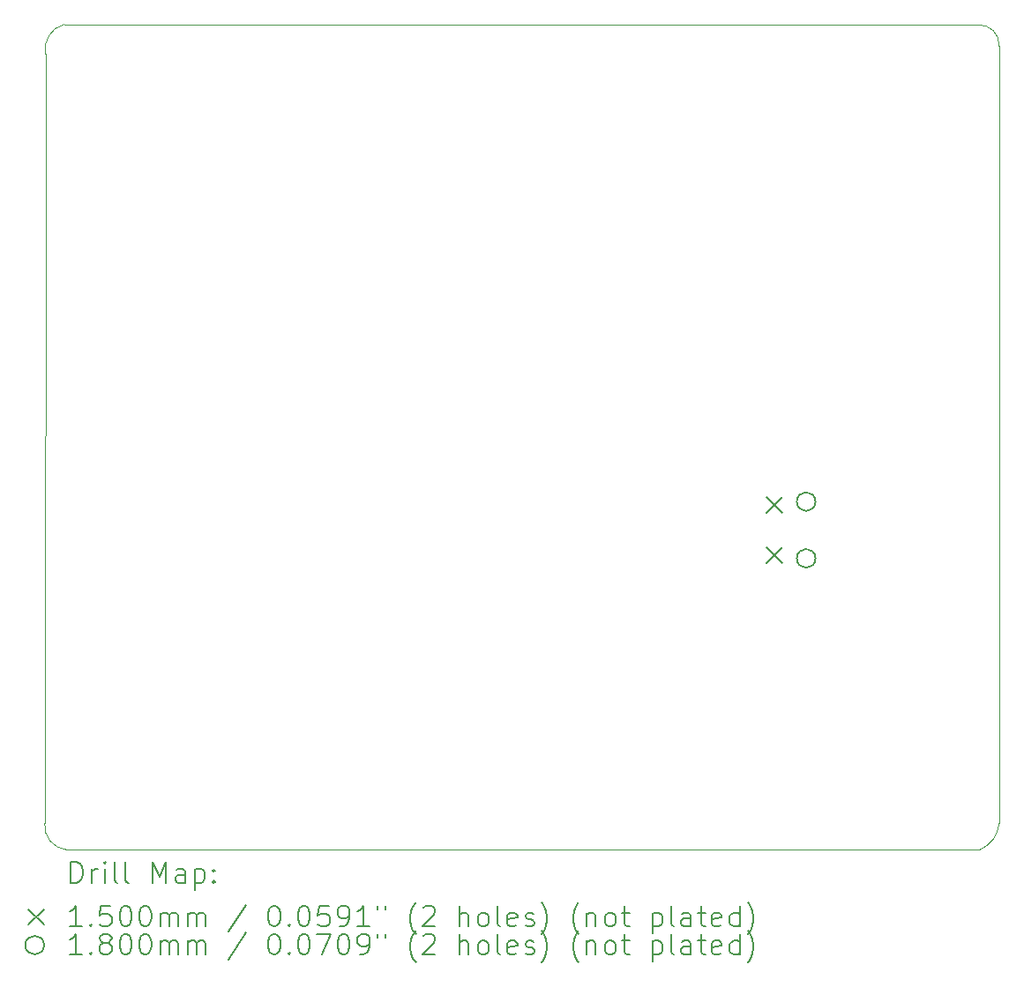
<source format=gbr>
%FSLAX45Y45*%
G04 Gerber Fmt 4.5, Leading zero omitted, Abs format (unit mm)*
G04 Created by KiCad (PCBNEW (6.0.6)) date 2023-06-21 15:59:26*
%MOMM*%
%LPD*%
G01*
G04 APERTURE LIST*
%TA.AperFunction,Profile*%
%ADD10C,0.100000*%
%TD*%
%ADD11C,0.200000*%
%ADD12C,0.150000*%
%ADD13C,0.180000*%
G04 APERTURE END LIST*
D10*
X11023834Y-4767893D02*
G75*
G03*
X10845800Y-5054600I68196J-240977D01*
G01*
X19786600Y-4775200D02*
X11023834Y-4767895D01*
X10838500Y-12446000D02*
G75*
G03*
X11051896Y-12700000I233700J-20300D01*
G01*
X10845800Y-5054600D02*
X10838495Y-12446000D01*
X19812001Y-12700001D02*
G75*
G03*
X20000001Y-12446000I-108851J277141D01*
G01*
X20000001Y-12446000D02*
X20000001Y-4978400D01*
X11051896Y-12700000D02*
X19812000Y-12700000D01*
X19999998Y-4978400D02*
G75*
G03*
X19786600Y-4775200I-188608J15580D01*
G01*
D11*
D12*
X17770000Y-9309100D02*
X17920000Y-9459100D01*
X17920000Y-9309100D02*
X17770000Y-9459100D01*
X17770000Y-9794100D02*
X17920000Y-9944100D01*
X17920000Y-9794100D02*
X17770000Y-9944100D01*
D13*
X18238000Y-9354100D02*
G75*
G03*
X18238000Y-9354100I-90000J0D01*
G01*
X18238000Y-9899100D02*
G75*
G03*
X18238000Y-9899100I-90000J0D01*
G01*
D11*
X11090239Y-13015476D02*
X11090239Y-12815476D01*
X11137858Y-12815476D01*
X11166429Y-12825000D01*
X11185477Y-12844048D01*
X11195000Y-12863095D01*
X11204524Y-12901190D01*
X11204524Y-12929762D01*
X11195000Y-12967857D01*
X11185477Y-12986905D01*
X11166429Y-13005952D01*
X11137858Y-13015476D01*
X11090239Y-13015476D01*
X11290239Y-13015476D02*
X11290239Y-12882143D01*
X11290239Y-12920238D02*
X11299762Y-12901190D01*
X11309286Y-12891667D01*
X11328334Y-12882143D01*
X11347381Y-12882143D01*
X11414048Y-13015476D02*
X11414048Y-12882143D01*
X11414048Y-12815476D02*
X11404524Y-12825000D01*
X11414048Y-12834524D01*
X11423572Y-12825000D01*
X11414048Y-12815476D01*
X11414048Y-12834524D01*
X11537858Y-13015476D02*
X11518810Y-13005952D01*
X11509286Y-12986905D01*
X11509286Y-12815476D01*
X11642620Y-13015476D02*
X11623572Y-13005952D01*
X11614048Y-12986905D01*
X11614048Y-12815476D01*
X11871191Y-13015476D02*
X11871191Y-12815476D01*
X11937858Y-12958333D01*
X12004524Y-12815476D01*
X12004524Y-13015476D01*
X12185477Y-13015476D02*
X12185477Y-12910714D01*
X12175953Y-12891667D01*
X12156905Y-12882143D01*
X12118810Y-12882143D01*
X12099762Y-12891667D01*
X12185477Y-13005952D02*
X12166429Y-13015476D01*
X12118810Y-13015476D01*
X12099762Y-13005952D01*
X12090239Y-12986905D01*
X12090239Y-12967857D01*
X12099762Y-12948809D01*
X12118810Y-12939286D01*
X12166429Y-12939286D01*
X12185477Y-12929762D01*
X12280715Y-12882143D02*
X12280715Y-13082143D01*
X12280715Y-12891667D02*
X12299762Y-12882143D01*
X12337858Y-12882143D01*
X12356905Y-12891667D01*
X12366429Y-12901190D01*
X12375953Y-12920238D01*
X12375953Y-12977381D01*
X12366429Y-12996428D01*
X12356905Y-13005952D01*
X12337858Y-13015476D01*
X12299762Y-13015476D01*
X12280715Y-13005952D01*
X12461667Y-12996428D02*
X12471191Y-13005952D01*
X12461667Y-13015476D01*
X12452143Y-13005952D01*
X12461667Y-12996428D01*
X12461667Y-13015476D01*
X12461667Y-12891667D02*
X12471191Y-12901190D01*
X12461667Y-12910714D01*
X12452143Y-12901190D01*
X12461667Y-12891667D01*
X12461667Y-12910714D01*
D12*
X10682620Y-13270000D02*
X10832620Y-13420000D01*
X10832620Y-13270000D02*
X10682620Y-13420000D01*
D11*
X11195000Y-13435476D02*
X11080715Y-13435476D01*
X11137858Y-13435476D02*
X11137858Y-13235476D01*
X11118810Y-13264048D01*
X11099762Y-13283095D01*
X11080715Y-13292619D01*
X11280715Y-13416428D02*
X11290239Y-13425952D01*
X11280715Y-13435476D01*
X11271191Y-13425952D01*
X11280715Y-13416428D01*
X11280715Y-13435476D01*
X11471191Y-13235476D02*
X11375953Y-13235476D01*
X11366429Y-13330714D01*
X11375953Y-13321190D01*
X11395000Y-13311667D01*
X11442620Y-13311667D01*
X11461667Y-13321190D01*
X11471191Y-13330714D01*
X11480715Y-13349762D01*
X11480715Y-13397381D01*
X11471191Y-13416428D01*
X11461667Y-13425952D01*
X11442620Y-13435476D01*
X11395000Y-13435476D01*
X11375953Y-13425952D01*
X11366429Y-13416428D01*
X11604524Y-13235476D02*
X11623572Y-13235476D01*
X11642620Y-13245000D01*
X11652143Y-13254524D01*
X11661667Y-13273571D01*
X11671191Y-13311667D01*
X11671191Y-13359286D01*
X11661667Y-13397381D01*
X11652143Y-13416428D01*
X11642620Y-13425952D01*
X11623572Y-13435476D01*
X11604524Y-13435476D01*
X11585477Y-13425952D01*
X11575953Y-13416428D01*
X11566429Y-13397381D01*
X11556905Y-13359286D01*
X11556905Y-13311667D01*
X11566429Y-13273571D01*
X11575953Y-13254524D01*
X11585477Y-13245000D01*
X11604524Y-13235476D01*
X11795000Y-13235476D02*
X11814048Y-13235476D01*
X11833096Y-13245000D01*
X11842620Y-13254524D01*
X11852143Y-13273571D01*
X11861667Y-13311667D01*
X11861667Y-13359286D01*
X11852143Y-13397381D01*
X11842620Y-13416428D01*
X11833096Y-13425952D01*
X11814048Y-13435476D01*
X11795000Y-13435476D01*
X11775953Y-13425952D01*
X11766429Y-13416428D01*
X11756905Y-13397381D01*
X11747381Y-13359286D01*
X11747381Y-13311667D01*
X11756905Y-13273571D01*
X11766429Y-13254524D01*
X11775953Y-13245000D01*
X11795000Y-13235476D01*
X11947381Y-13435476D02*
X11947381Y-13302143D01*
X11947381Y-13321190D02*
X11956905Y-13311667D01*
X11975953Y-13302143D01*
X12004524Y-13302143D01*
X12023572Y-13311667D01*
X12033096Y-13330714D01*
X12033096Y-13435476D01*
X12033096Y-13330714D02*
X12042620Y-13311667D01*
X12061667Y-13302143D01*
X12090239Y-13302143D01*
X12109286Y-13311667D01*
X12118810Y-13330714D01*
X12118810Y-13435476D01*
X12214048Y-13435476D02*
X12214048Y-13302143D01*
X12214048Y-13321190D02*
X12223572Y-13311667D01*
X12242620Y-13302143D01*
X12271191Y-13302143D01*
X12290239Y-13311667D01*
X12299762Y-13330714D01*
X12299762Y-13435476D01*
X12299762Y-13330714D02*
X12309286Y-13311667D01*
X12328334Y-13302143D01*
X12356905Y-13302143D01*
X12375953Y-13311667D01*
X12385477Y-13330714D01*
X12385477Y-13435476D01*
X12775953Y-13225952D02*
X12604524Y-13483095D01*
X13033096Y-13235476D02*
X13052143Y-13235476D01*
X13071191Y-13245000D01*
X13080715Y-13254524D01*
X13090239Y-13273571D01*
X13099762Y-13311667D01*
X13099762Y-13359286D01*
X13090239Y-13397381D01*
X13080715Y-13416428D01*
X13071191Y-13425952D01*
X13052143Y-13435476D01*
X13033096Y-13435476D01*
X13014048Y-13425952D01*
X13004524Y-13416428D01*
X12995000Y-13397381D01*
X12985477Y-13359286D01*
X12985477Y-13311667D01*
X12995000Y-13273571D01*
X13004524Y-13254524D01*
X13014048Y-13245000D01*
X13033096Y-13235476D01*
X13185477Y-13416428D02*
X13195000Y-13425952D01*
X13185477Y-13435476D01*
X13175953Y-13425952D01*
X13185477Y-13416428D01*
X13185477Y-13435476D01*
X13318810Y-13235476D02*
X13337858Y-13235476D01*
X13356905Y-13245000D01*
X13366429Y-13254524D01*
X13375953Y-13273571D01*
X13385477Y-13311667D01*
X13385477Y-13359286D01*
X13375953Y-13397381D01*
X13366429Y-13416428D01*
X13356905Y-13425952D01*
X13337858Y-13435476D01*
X13318810Y-13435476D01*
X13299762Y-13425952D01*
X13290239Y-13416428D01*
X13280715Y-13397381D01*
X13271191Y-13359286D01*
X13271191Y-13311667D01*
X13280715Y-13273571D01*
X13290239Y-13254524D01*
X13299762Y-13245000D01*
X13318810Y-13235476D01*
X13566429Y-13235476D02*
X13471191Y-13235476D01*
X13461667Y-13330714D01*
X13471191Y-13321190D01*
X13490239Y-13311667D01*
X13537858Y-13311667D01*
X13556905Y-13321190D01*
X13566429Y-13330714D01*
X13575953Y-13349762D01*
X13575953Y-13397381D01*
X13566429Y-13416428D01*
X13556905Y-13425952D01*
X13537858Y-13435476D01*
X13490239Y-13435476D01*
X13471191Y-13425952D01*
X13461667Y-13416428D01*
X13671191Y-13435476D02*
X13709286Y-13435476D01*
X13728334Y-13425952D01*
X13737858Y-13416428D01*
X13756905Y-13387857D01*
X13766429Y-13349762D01*
X13766429Y-13273571D01*
X13756905Y-13254524D01*
X13747381Y-13245000D01*
X13728334Y-13235476D01*
X13690239Y-13235476D01*
X13671191Y-13245000D01*
X13661667Y-13254524D01*
X13652143Y-13273571D01*
X13652143Y-13321190D01*
X13661667Y-13340238D01*
X13671191Y-13349762D01*
X13690239Y-13359286D01*
X13728334Y-13359286D01*
X13747381Y-13349762D01*
X13756905Y-13340238D01*
X13766429Y-13321190D01*
X13956905Y-13435476D02*
X13842620Y-13435476D01*
X13899762Y-13435476D02*
X13899762Y-13235476D01*
X13880715Y-13264048D01*
X13861667Y-13283095D01*
X13842620Y-13292619D01*
X14033096Y-13235476D02*
X14033096Y-13273571D01*
X14109286Y-13235476D02*
X14109286Y-13273571D01*
X14404524Y-13511667D02*
X14395000Y-13502143D01*
X14375953Y-13473571D01*
X14366429Y-13454524D01*
X14356905Y-13425952D01*
X14347381Y-13378333D01*
X14347381Y-13340238D01*
X14356905Y-13292619D01*
X14366429Y-13264048D01*
X14375953Y-13245000D01*
X14395000Y-13216428D01*
X14404524Y-13206905D01*
X14471191Y-13254524D02*
X14480715Y-13245000D01*
X14499762Y-13235476D01*
X14547381Y-13235476D01*
X14566429Y-13245000D01*
X14575953Y-13254524D01*
X14585477Y-13273571D01*
X14585477Y-13292619D01*
X14575953Y-13321190D01*
X14461667Y-13435476D01*
X14585477Y-13435476D01*
X14823572Y-13435476D02*
X14823572Y-13235476D01*
X14909286Y-13435476D02*
X14909286Y-13330714D01*
X14899762Y-13311667D01*
X14880715Y-13302143D01*
X14852143Y-13302143D01*
X14833096Y-13311667D01*
X14823572Y-13321190D01*
X15033096Y-13435476D02*
X15014048Y-13425952D01*
X15004524Y-13416428D01*
X14995000Y-13397381D01*
X14995000Y-13340238D01*
X15004524Y-13321190D01*
X15014048Y-13311667D01*
X15033096Y-13302143D01*
X15061667Y-13302143D01*
X15080715Y-13311667D01*
X15090239Y-13321190D01*
X15099762Y-13340238D01*
X15099762Y-13397381D01*
X15090239Y-13416428D01*
X15080715Y-13425952D01*
X15061667Y-13435476D01*
X15033096Y-13435476D01*
X15214048Y-13435476D02*
X15195000Y-13425952D01*
X15185477Y-13406905D01*
X15185477Y-13235476D01*
X15366429Y-13425952D02*
X15347381Y-13435476D01*
X15309286Y-13435476D01*
X15290239Y-13425952D01*
X15280715Y-13406905D01*
X15280715Y-13330714D01*
X15290239Y-13311667D01*
X15309286Y-13302143D01*
X15347381Y-13302143D01*
X15366429Y-13311667D01*
X15375953Y-13330714D01*
X15375953Y-13349762D01*
X15280715Y-13368809D01*
X15452143Y-13425952D02*
X15471191Y-13435476D01*
X15509286Y-13435476D01*
X15528334Y-13425952D01*
X15537858Y-13406905D01*
X15537858Y-13397381D01*
X15528334Y-13378333D01*
X15509286Y-13368809D01*
X15480715Y-13368809D01*
X15461667Y-13359286D01*
X15452143Y-13340238D01*
X15452143Y-13330714D01*
X15461667Y-13311667D01*
X15480715Y-13302143D01*
X15509286Y-13302143D01*
X15528334Y-13311667D01*
X15604524Y-13511667D02*
X15614048Y-13502143D01*
X15633096Y-13473571D01*
X15642619Y-13454524D01*
X15652143Y-13425952D01*
X15661667Y-13378333D01*
X15661667Y-13340238D01*
X15652143Y-13292619D01*
X15642619Y-13264048D01*
X15633096Y-13245000D01*
X15614048Y-13216428D01*
X15604524Y-13206905D01*
X15966429Y-13511667D02*
X15956905Y-13502143D01*
X15937858Y-13473571D01*
X15928334Y-13454524D01*
X15918810Y-13425952D01*
X15909286Y-13378333D01*
X15909286Y-13340238D01*
X15918810Y-13292619D01*
X15928334Y-13264048D01*
X15937858Y-13245000D01*
X15956905Y-13216428D01*
X15966429Y-13206905D01*
X16042619Y-13302143D02*
X16042619Y-13435476D01*
X16042619Y-13321190D02*
X16052143Y-13311667D01*
X16071191Y-13302143D01*
X16099762Y-13302143D01*
X16118810Y-13311667D01*
X16128334Y-13330714D01*
X16128334Y-13435476D01*
X16252143Y-13435476D02*
X16233096Y-13425952D01*
X16223572Y-13416428D01*
X16214048Y-13397381D01*
X16214048Y-13340238D01*
X16223572Y-13321190D01*
X16233096Y-13311667D01*
X16252143Y-13302143D01*
X16280715Y-13302143D01*
X16299762Y-13311667D01*
X16309286Y-13321190D01*
X16318810Y-13340238D01*
X16318810Y-13397381D01*
X16309286Y-13416428D01*
X16299762Y-13425952D01*
X16280715Y-13435476D01*
X16252143Y-13435476D01*
X16375953Y-13302143D02*
X16452143Y-13302143D01*
X16404524Y-13235476D02*
X16404524Y-13406905D01*
X16414048Y-13425952D01*
X16433096Y-13435476D01*
X16452143Y-13435476D01*
X16671191Y-13302143D02*
X16671191Y-13502143D01*
X16671191Y-13311667D02*
X16690239Y-13302143D01*
X16728334Y-13302143D01*
X16747381Y-13311667D01*
X16756905Y-13321190D01*
X16766429Y-13340238D01*
X16766429Y-13397381D01*
X16756905Y-13416428D01*
X16747381Y-13425952D01*
X16728334Y-13435476D01*
X16690239Y-13435476D01*
X16671191Y-13425952D01*
X16880715Y-13435476D02*
X16861667Y-13425952D01*
X16852143Y-13406905D01*
X16852143Y-13235476D01*
X17042620Y-13435476D02*
X17042620Y-13330714D01*
X17033096Y-13311667D01*
X17014048Y-13302143D01*
X16975953Y-13302143D01*
X16956905Y-13311667D01*
X17042620Y-13425952D02*
X17023572Y-13435476D01*
X16975953Y-13435476D01*
X16956905Y-13425952D01*
X16947382Y-13406905D01*
X16947382Y-13387857D01*
X16956905Y-13368809D01*
X16975953Y-13359286D01*
X17023572Y-13359286D01*
X17042620Y-13349762D01*
X17109286Y-13302143D02*
X17185477Y-13302143D01*
X17137858Y-13235476D02*
X17137858Y-13406905D01*
X17147382Y-13425952D01*
X17166429Y-13435476D01*
X17185477Y-13435476D01*
X17328334Y-13425952D02*
X17309286Y-13435476D01*
X17271191Y-13435476D01*
X17252143Y-13425952D01*
X17242620Y-13406905D01*
X17242620Y-13330714D01*
X17252143Y-13311667D01*
X17271191Y-13302143D01*
X17309286Y-13302143D01*
X17328334Y-13311667D01*
X17337858Y-13330714D01*
X17337858Y-13349762D01*
X17242620Y-13368809D01*
X17509286Y-13435476D02*
X17509286Y-13235476D01*
X17509286Y-13425952D02*
X17490239Y-13435476D01*
X17452143Y-13435476D01*
X17433096Y-13425952D01*
X17423572Y-13416428D01*
X17414048Y-13397381D01*
X17414048Y-13340238D01*
X17423572Y-13321190D01*
X17433096Y-13311667D01*
X17452143Y-13302143D01*
X17490239Y-13302143D01*
X17509286Y-13311667D01*
X17585477Y-13511667D02*
X17595001Y-13502143D01*
X17614048Y-13473571D01*
X17623572Y-13454524D01*
X17633096Y-13425952D01*
X17642620Y-13378333D01*
X17642620Y-13340238D01*
X17633096Y-13292619D01*
X17623572Y-13264048D01*
X17614048Y-13245000D01*
X17595001Y-13216428D01*
X17585477Y-13206905D01*
D13*
X10832620Y-13615000D02*
G75*
G03*
X10832620Y-13615000I-90000J0D01*
G01*
D11*
X11195000Y-13705476D02*
X11080715Y-13705476D01*
X11137858Y-13705476D02*
X11137858Y-13505476D01*
X11118810Y-13534048D01*
X11099762Y-13553095D01*
X11080715Y-13562619D01*
X11280715Y-13686428D02*
X11290239Y-13695952D01*
X11280715Y-13705476D01*
X11271191Y-13695952D01*
X11280715Y-13686428D01*
X11280715Y-13705476D01*
X11404524Y-13591190D02*
X11385477Y-13581667D01*
X11375953Y-13572143D01*
X11366429Y-13553095D01*
X11366429Y-13543571D01*
X11375953Y-13524524D01*
X11385477Y-13515000D01*
X11404524Y-13505476D01*
X11442620Y-13505476D01*
X11461667Y-13515000D01*
X11471191Y-13524524D01*
X11480715Y-13543571D01*
X11480715Y-13553095D01*
X11471191Y-13572143D01*
X11461667Y-13581667D01*
X11442620Y-13591190D01*
X11404524Y-13591190D01*
X11385477Y-13600714D01*
X11375953Y-13610238D01*
X11366429Y-13629286D01*
X11366429Y-13667381D01*
X11375953Y-13686428D01*
X11385477Y-13695952D01*
X11404524Y-13705476D01*
X11442620Y-13705476D01*
X11461667Y-13695952D01*
X11471191Y-13686428D01*
X11480715Y-13667381D01*
X11480715Y-13629286D01*
X11471191Y-13610238D01*
X11461667Y-13600714D01*
X11442620Y-13591190D01*
X11604524Y-13505476D02*
X11623572Y-13505476D01*
X11642620Y-13515000D01*
X11652143Y-13524524D01*
X11661667Y-13543571D01*
X11671191Y-13581667D01*
X11671191Y-13629286D01*
X11661667Y-13667381D01*
X11652143Y-13686428D01*
X11642620Y-13695952D01*
X11623572Y-13705476D01*
X11604524Y-13705476D01*
X11585477Y-13695952D01*
X11575953Y-13686428D01*
X11566429Y-13667381D01*
X11556905Y-13629286D01*
X11556905Y-13581667D01*
X11566429Y-13543571D01*
X11575953Y-13524524D01*
X11585477Y-13515000D01*
X11604524Y-13505476D01*
X11795000Y-13505476D02*
X11814048Y-13505476D01*
X11833096Y-13515000D01*
X11842620Y-13524524D01*
X11852143Y-13543571D01*
X11861667Y-13581667D01*
X11861667Y-13629286D01*
X11852143Y-13667381D01*
X11842620Y-13686428D01*
X11833096Y-13695952D01*
X11814048Y-13705476D01*
X11795000Y-13705476D01*
X11775953Y-13695952D01*
X11766429Y-13686428D01*
X11756905Y-13667381D01*
X11747381Y-13629286D01*
X11747381Y-13581667D01*
X11756905Y-13543571D01*
X11766429Y-13524524D01*
X11775953Y-13515000D01*
X11795000Y-13505476D01*
X11947381Y-13705476D02*
X11947381Y-13572143D01*
X11947381Y-13591190D02*
X11956905Y-13581667D01*
X11975953Y-13572143D01*
X12004524Y-13572143D01*
X12023572Y-13581667D01*
X12033096Y-13600714D01*
X12033096Y-13705476D01*
X12033096Y-13600714D02*
X12042620Y-13581667D01*
X12061667Y-13572143D01*
X12090239Y-13572143D01*
X12109286Y-13581667D01*
X12118810Y-13600714D01*
X12118810Y-13705476D01*
X12214048Y-13705476D02*
X12214048Y-13572143D01*
X12214048Y-13591190D02*
X12223572Y-13581667D01*
X12242620Y-13572143D01*
X12271191Y-13572143D01*
X12290239Y-13581667D01*
X12299762Y-13600714D01*
X12299762Y-13705476D01*
X12299762Y-13600714D02*
X12309286Y-13581667D01*
X12328334Y-13572143D01*
X12356905Y-13572143D01*
X12375953Y-13581667D01*
X12385477Y-13600714D01*
X12385477Y-13705476D01*
X12775953Y-13495952D02*
X12604524Y-13753095D01*
X13033096Y-13505476D02*
X13052143Y-13505476D01*
X13071191Y-13515000D01*
X13080715Y-13524524D01*
X13090239Y-13543571D01*
X13099762Y-13581667D01*
X13099762Y-13629286D01*
X13090239Y-13667381D01*
X13080715Y-13686428D01*
X13071191Y-13695952D01*
X13052143Y-13705476D01*
X13033096Y-13705476D01*
X13014048Y-13695952D01*
X13004524Y-13686428D01*
X12995000Y-13667381D01*
X12985477Y-13629286D01*
X12985477Y-13581667D01*
X12995000Y-13543571D01*
X13004524Y-13524524D01*
X13014048Y-13515000D01*
X13033096Y-13505476D01*
X13185477Y-13686428D02*
X13195000Y-13695952D01*
X13185477Y-13705476D01*
X13175953Y-13695952D01*
X13185477Y-13686428D01*
X13185477Y-13705476D01*
X13318810Y-13505476D02*
X13337858Y-13505476D01*
X13356905Y-13515000D01*
X13366429Y-13524524D01*
X13375953Y-13543571D01*
X13385477Y-13581667D01*
X13385477Y-13629286D01*
X13375953Y-13667381D01*
X13366429Y-13686428D01*
X13356905Y-13695952D01*
X13337858Y-13705476D01*
X13318810Y-13705476D01*
X13299762Y-13695952D01*
X13290239Y-13686428D01*
X13280715Y-13667381D01*
X13271191Y-13629286D01*
X13271191Y-13581667D01*
X13280715Y-13543571D01*
X13290239Y-13524524D01*
X13299762Y-13515000D01*
X13318810Y-13505476D01*
X13452143Y-13505476D02*
X13585477Y-13505476D01*
X13499762Y-13705476D01*
X13699762Y-13505476D02*
X13718810Y-13505476D01*
X13737858Y-13515000D01*
X13747381Y-13524524D01*
X13756905Y-13543571D01*
X13766429Y-13581667D01*
X13766429Y-13629286D01*
X13756905Y-13667381D01*
X13747381Y-13686428D01*
X13737858Y-13695952D01*
X13718810Y-13705476D01*
X13699762Y-13705476D01*
X13680715Y-13695952D01*
X13671191Y-13686428D01*
X13661667Y-13667381D01*
X13652143Y-13629286D01*
X13652143Y-13581667D01*
X13661667Y-13543571D01*
X13671191Y-13524524D01*
X13680715Y-13515000D01*
X13699762Y-13505476D01*
X13861667Y-13705476D02*
X13899762Y-13705476D01*
X13918810Y-13695952D01*
X13928334Y-13686428D01*
X13947381Y-13657857D01*
X13956905Y-13619762D01*
X13956905Y-13543571D01*
X13947381Y-13524524D01*
X13937858Y-13515000D01*
X13918810Y-13505476D01*
X13880715Y-13505476D01*
X13861667Y-13515000D01*
X13852143Y-13524524D01*
X13842620Y-13543571D01*
X13842620Y-13591190D01*
X13852143Y-13610238D01*
X13861667Y-13619762D01*
X13880715Y-13629286D01*
X13918810Y-13629286D01*
X13937858Y-13619762D01*
X13947381Y-13610238D01*
X13956905Y-13591190D01*
X14033096Y-13505476D02*
X14033096Y-13543571D01*
X14109286Y-13505476D02*
X14109286Y-13543571D01*
X14404524Y-13781667D02*
X14395000Y-13772143D01*
X14375953Y-13743571D01*
X14366429Y-13724524D01*
X14356905Y-13695952D01*
X14347381Y-13648333D01*
X14347381Y-13610238D01*
X14356905Y-13562619D01*
X14366429Y-13534048D01*
X14375953Y-13515000D01*
X14395000Y-13486428D01*
X14404524Y-13476905D01*
X14471191Y-13524524D02*
X14480715Y-13515000D01*
X14499762Y-13505476D01*
X14547381Y-13505476D01*
X14566429Y-13515000D01*
X14575953Y-13524524D01*
X14585477Y-13543571D01*
X14585477Y-13562619D01*
X14575953Y-13591190D01*
X14461667Y-13705476D01*
X14585477Y-13705476D01*
X14823572Y-13705476D02*
X14823572Y-13505476D01*
X14909286Y-13705476D02*
X14909286Y-13600714D01*
X14899762Y-13581667D01*
X14880715Y-13572143D01*
X14852143Y-13572143D01*
X14833096Y-13581667D01*
X14823572Y-13591190D01*
X15033096Y-13705476D02*
X15014048Y-13695952D01*
X15004524Y-13686428D01*
X14995000Y-13667381D01*
X14995000Y-13610238D01*
X15004524Y-13591190D01*
X15014048Y-13581667D01*
X15033096Y-13572143D01*
X15061667Y-13572143D01*
X15080715Y-13581667D01*
X15090239Y-13591190D01*
X15099762Y-13610238D01*
X15099762Y-13667381D01*
X15090239Y-13686428D01*
X15080715Y-13695952D01*
X15061667Y-13705476D01*
X15033096Y-13705476D01*
X15214048Y-13705476D02*
X15195000Y-13695952D01*
X15185477Y-13676905D01*
X15185477Y-13505476D01*
X15366429Y-13695952D02*
X15347381Y-13705476D01*
X15309286Y-13705476D01*
X15290239Y-13695952D01*
X15280715Y-13676905D01*
X15280715Y-13600714D01*
X15290239Y-13581667D01*
X15309286Y-13572143D01*
X15347381Y-13572143D01*
X15366429Y-13581667D01*
X15375953Y-13600714D01*
X15375953Y-13619762D01*
X15280715Y-13638809D01*
X15452143Y-13695952D02*
X15471191Y-13705476D01*
X15509286Y-13705476D01*
X15528334Y-13695952D01*
X15537858Y-13676905D01*
X15537858Y-13667381D01*
X15528334Y-13648333D01*
X15509286Y-13638809D01*
X15480715Y-13638809D01*
X15461667Y-13629286D01*
X15452143Y-13610238D01*
X15452143Y-13600714D01*
X15461667Y-13581667D01*
X15480715Y-13572143D01*
X15509286Y-13572143D01*
X15528334Y-13581667D01*
X15604524Y-13781667D02*
X15614048Y-13772143D01*
X15633096Y-13743571D01*
X15642619Y-13724524D01*
X15652143Y-13695952D01*
X15661667Y-13648333D01*
X15661667Y-13610238D01*
X15652143Y-13562619D01*
X15642619Y-13534048D01*
X15633096Y-13515000D01*
X15614048Y-13486428D01*
X15604524Y-13476905D01*
X15966429Y-13781667D02*
X15956905Y-13772143D01*
X15937858Y-13743571D01*
X15928334Y-13724524D01*
X15918810Y-13695952D01*
X15909286Y-13648333D01*
X15909286Y-13610238D01*
X15918810Y-13562619D01*
X15928334Y-13534048D01*
X15937858Y-13515000D01*
X15956905Y-13486428D01*
X15966429Y-13476905D01*
X16042619Y-13572143D02*
X16042619Y-13705476D01*
X16042619Y-13591190D02*
X16052143Y-13581667D01*
X16071191Y-13572143D01*
X16099762Y-13572143D01*
X16118810Y-13581667D01*
X16128334Y-13600714D01*
X16128334Y-13705476D01*
X16252143Y-13705476D02*
X16233096Y-13695952D01*
X16223572Y-13686428D01*
X16214048Y-13667381D01*
X16214048Y-13610238D01*
X16223572Y-13591190D01*
X16233096Y-13581667D01*
X16252143Y-13572143D01*
X16280715Y-13572143D01*
X16299762Y-13581667D01*
X16309286Y-13591190D01*
X16318810Y-13610238D01*
X16318810Y-13667381D01*
X16309286Y-13686428D01*
X16299762Y-13695952D01*
X16280715Y-13705476D01*
X16252143Y-13705476D01*
X16375953Y-13572143D02*
X16452143Y-13572143D01*
X16404524Y-13505476D02*
X16404524Y-13676905D01*
X16414048Y-13695952D01*
X16433096Y-13705476D01*
X16452143Y-13705476D01*
X16671191Y-13572143D02*
X16671191Y-13772143D01*
X16671191Y-13581667D02*
X16690239Y-13572143D01*
X16728334Y-13572143D01*
X16747381Y-13581667D01*
X16756905Y-13591190D01*
X16766429Y-13610238D01*
X16766429Y-13667381D01*
X16756905Y-13686428D01*
X16747381Y-13695952D01*
X16728334Y-13705476D01*
X16690239Y-13705476D01*
X16671191Y-13695952D01*
X16880715Y-13705476D02*
X16861667Y-13695952D01*
X16852143Y-13676905D01*
X16852143Y-13505476D01*
X17042620Y-13705476D02*
X17042620Y-13600714D01*
X17033096Y-13581667D01*
X17014048Y-13572143D01*
X16975953Y-13572143D01*
X16956905Y-13581667D01*
X17042620Y-13695952D02*
X17023572Y-13705476D01*
X16975953Y-13705476D01*
X16956905Y-13695952D01*
X16947382Y-13676905D01*
X16947382Y-13657857D01*
X16956905Y-13638809D01*
X16975953Y-13629286D01*
X17023572Y-13629286D01*
X17042620Y-13619762D01*
X17109286Y-13572143D02*
X17185477Y-13572143D01*
X17137858Y-13505476D02*
X17137858Y-13676905D01*
X17147382Y-13695952D01*
X17166429Y-13705476D01*
X17185477Y-13705476D01*
X17328334Y-13695952D02*
X17309286Y-13705476D01*
X17271191Y-13705476D01*
X17252143Y-13695952D01*
X17242620Y-13676905D01*
X17242620Y-13600714D01*
X17252143Y-13581667D01*
X17271191Y-13572143D01*
X17309286Y-13572143D01*
X17328334Y-13581667D01*
X17337858Y-13600714D01*
X17337858Y-13619762D01*
X17242620Y-13638809D01*
X17509286Y-13705476D02*
X17509286Y-13505476D01*
X17509286Y-13695952D02*
X17490239Y-13705476D01*
X17452143Y-13705476D01*
X17433096Y-13695952D01*
X17423572Y-13686428D01*
X17414048Y-13667381D01*
X17414048Y-13610238D01*
X17423572Y-13591190D01*
X17433096Y-13581667D01*
X17452143Y-13572143D01*
X17490239Y-13572143D01*
X17509286Y-13581667D01*
X17585477Y-13781667D02*
X17595001Y-13772143D01*
X17614048Y-13743571D01*
X17623572Y-13724524D01*
X17633096Y-13695952D01*
X17642620Y-13648333D01*
X17642620Y-13610238D01*
X17633096Y-13562619D01*
X17623572Y-13534048D01*
X17614048Y-13515000D01*
X17595001Y-13486428D01*
X17585477Y-13476905D01*
M02*

</source>
